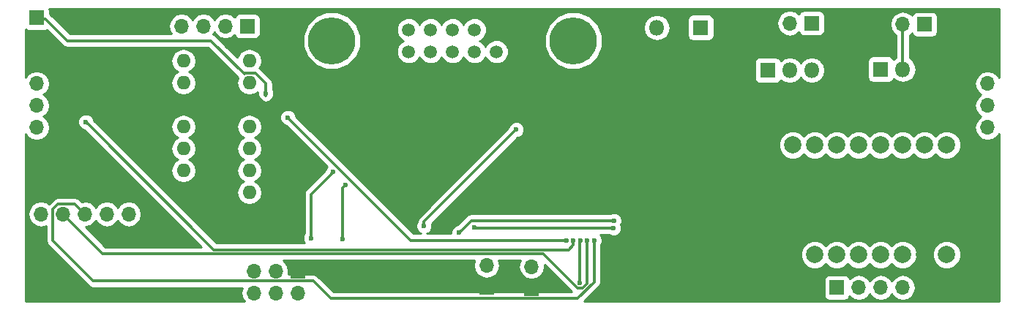
<source format=gbl>
G04 #@! TF.FileFunction,Copper,L2,Bot,Signal*
%FSLAX46Y46*%
G04 Gerber Fmt 4.6, Leading zero omitted, Abs format (unit mm)*
G04 Created by KiCad (PCBNEW 4.0.6) date 07/11/17 19:08:17*
%MOMM*%
%LPD*%
G01*
G04 APERTURE LIST*
%ADD10C,0.100000*%
%ADD11R,1.700000X1.700000*%
%ADD12O,1.700000X1.700000*%
%ADD13C,5.460000*%
%ADD14R,1.520000X1.520000*%
%ADD15C,1.520000*%
%ADD16R,1.600000X1.600000*%
%ADD17O,1.600000X1.600000*%
%ADD18C,2.000000*%
%ADD19R,1.800000X1.800000*%
%ADD20O,1.800000X1.800000*%
%ADD21C,0.600000*%
%ADD22C,0.300000*%
%ADD23C,0.254000*%
G04 APERTURE END LIST*
D10*
D11*
X204724000Y-78740000D03*
D12*
X202184000Y-78740000D03*
D13*
X164084000Y-80645000D03*
X136144000Y-80645000D03*
D14*
X155194000Y-79375000D03*
D15*
X155194000Y-81915000D03*
X152654000Y-79375000D03*
X152654000Y-81915000D03*
X150114000Y-79375000D03*
X150114000Y-81915000D03*
X147574000Y-79375000D03*
X147574000Y-81915000D03*
X145034000Y-79375000D03*
X145034000Y-81915000D03*
D16*
X118972340Y-98214246D03*
D17*
X126592340Y-82974246D03*
X118972340Y-95674246D03*
X126592340Y-85514246D03*
X118972340Y-93134246D03*
X126592340Y-88054246D03*
X118972340Y-90594246D03*
X126592340Y-90594246D03*
X118972340Y-88054246D03*
X126592340Y-93134246D03*
X118972340Y-85514246D03*
X126592340Y-95674246D03*
X118972340Y-82974246D03*
X126592340Y-98214246D03*
D18*
X199644000Y-105410000D03*
X202184000Y-105410000D03*
X204724000Y-105410000D03*
X207264000Y-105410000D03*
X197104000Y-105410000D03*
X194564000Y-105410000D03*
X192024000Y-105410000D03*
X189484000Y-105410000D03*
X192024000Y-92710000D03*
X199644000Y-92710000D03*
X189484000Y-92710000D03*
X204724000Y-92710000D03*
X207264000Y-92710000D03*
X197104000Y-92710000D03*
X194564000Y-92710000D03*
X202184000Y-92710000D03*
D11*
X194556478Y-109224382D03*
D12*
X197096478Y-109224382D03*
X199636478Y-109224382D03*
X202176478Y-109224382D03*
D11*
X159258000Y-109347000D03*
D12*
X159258000Y-106807000D03*
D11*
X126372437Y-78942429D03*
D12*
X123832437Y-78942429D03*
X121292437Y-78942429D03*
X118752437Y-78942429D03*
D11*
X154051000Y-109220000D03*
D12*
X154051000Y-106680000D03*
D19*
X199644000Y-83947000D03*
D20*
X202184000Y-83947000D03*
X204724000Y-83947000D03*
D11*
X191643000Y-78613000D03*
D12*
X189103000Y-78613000D03*
D19*
X186563000Y-84074000D03*
D20*
X189103000Y-84074000D03*
X191643000Y-84074000D03*
D19*
X178816000Y-79121000D03*
D20*
X176276000Y-79121000D03*
X173736000Y-79121000D03*
D11*
X102000000Y-78000000D03*
D12*
X102000000Y-80540000D03*
X102000000Y-83080000D03*
X102000000Y-85620000D03*
X102000000Y-88160000D03*
X102000000Y-90700000D03*
D11*
X212000000Y-78000000D03*
D12*
X212000000Y-80540000D03*
X212000000Y-83080000D03*
X212000000Y-85620000D03*
X212000000Y-88160000D03*
X212000000Y-90700000D03*
D11*
X115189000Y-100711000D03*
D12*
X112649000Y-100711000D03*
X110109000Y-100711000D03*
X107569000Y-100711000D03*
X105029000Y-100711000D03*
X102489000Y-100711000D03*
D11*
X132207000Y-107315000D03*
D12*
X132207000Y-109855000D03*
X129667000Y-107315000D03*
X129667000Y-109855000D03*
X127127000Y-107315000D03*
X127127000Y-109855000D03*
D21*
X168783000Y-108966000D03*
X170053000Y-85217000D03*
X181737000Y-85185000D03*
X170307000Y-100711000D03*
X160242664Y-99911208D03*
X155661664Y-97701208D03*
X172425664Y-95853208D03*
X173409664Y-99098208D03*
X168742664Y-99111208D03*
X150876000Y-102870000D03*
X168783000Y-101472994D03*
X137751728Y-97325272D03*
X137414000Y-103632000D03*
X152654000Y-102235000D03*
X168741338Y-102335050D03*
X136291228Y-95864772D03*
X133731000Y-103505000D03*
X157480000Y-90927000D03*
X146812000Y-102108000D03*
X128524000Y-86741000D03*
X131064000Y-89535000D03*
X163292664Y-103761208D03*
X107696000Y-90043000D03*
X164092664Y-103761208D03*
X164892664Y-103761208D03*
X164846000Y-108712000D03*
X166492664Y-103761208D03*
X165692664Y-103761208D03*
D22*
X151175999Y-102570001D02*
X150876000Y-102870000D01*
X152273006Y-101472994D02*
X151175999Y-102570001D01*
X168783000Y-101472994D02*
X152273006Y-101472994D01*
X137451729Y-97625271D02*
X137751728Y-97325272D01*
X137414000Y-97663000D02*
X137451729Y-97625271D01*
X137414000Y-103632000D02*
X137414000Y-97663000D01*
X152754050Y-102335050D02*
X152654000Y-102235000D01*
X168741338Y-102335050D02*
X152754050Y-102335050D01*
X202184000Y-78740000D02*
X202184000Y-79942081D01*
X202184000Y-79942081D02*
X202184000Y-83947000D01*
X135991229Y-96164771D02*
X136291228Y-95864772D01*
X133731000Y-98425000D02*
X135991229Y-96164771D01*
X133731000Y-103505000D02*
X133731000Y-98425000D01*
X146812000Y-102108000D02*
X146812000Y-101595000D01*
X146812000Y-101595000D02*
X157480000Y-90927000D01*
X128524000Y-86995000D02*
X128524000Y-86741000D01*
X128524000Y-86741000D02*
X128524000Y-85598000D01*
X145290208Y-103761208D02*
X131064000Y-89535000D01*
X163292664Y-103761208D02*
X145290208Y-103761208D01*
X128524000Y-85598000D02*
X127340245Y-84414245D01*
X127340245Y-84414245D02*
X126064339Y-84414245D01*
X126064339Y-84414245D02*
X126003792Y-84474792D01*
X126003792Y-84474792D02*
X122174000Y-80645000D01*
X122174000Y-80645000D02*
X105544000Y-80645000D01*
X105544000Y-80645000D02*
X103004000Y-78105000D01*
X103004000Y-78105000D02*
X101854000Y-78105000D01*
X107995999Y-90342999D02*
X107696000Y-90043000D01*
X164092664Y-104286208D02*
X163517664Y-104861208D01*
X164092664Y-103761208D02*
X164092664Y-104286208D01*
X122514208Y-104861208D02*
X107995999Y-90342999D01*
X163517664Y-104861208D02*
X122514208Y-104861208D01*
X164846000Y-108712000D02*
X164846000Y-103807872D01*
X164846000Y-103807872D02*
X164892664Y-103761208D01*
X166492664Y-103761208D02*
X166492664Y-108589748D01*
X166492664Y-108589748D02*
X164585411Y-110497001D01*
X164585411Y-110497001D02*
X136024001Y-110497001D01*
X136024001Y-110497001D02*
X133992001Y-108465001D01*
X133992001Y-108465001D02*
X108540999Y-108465001D01*
X108540999Y-108465001D02*
X103878999Y-103803001D01*
X103878999Y-103803001D02*
X103878999Y-100158999D01*
X103878999Y-100158999D02*
X104476999Y-99560999D01*
X104476999Y-99560999D02*
X106418999Y-99560999D01*
X106418999Y-99560999D02*
X106719001Y-99861001D01*
X106719001Y-99861001D02*
X107569000Y-100711000D01*
X105029000Y-100711000D02*
X109629217Y-105311217D01*
X109629217Y-105311217D02*
X160557215Y-105311217D01*
X160557215Y-105311217D02*
X164557999Y-109312001D01*
X164557999Y-109312001D02*
X165134001Y-109312001D01*
X165134001Y-109312001D02*
X165692664Y-108753338D01*
X165692664Y-108753338D02*
X165692664Y-103761208D01*
D23*
G36*
X213290000Y-84885511D02*
X213079147Y-84569946D01*
X212597378Y-84248039D01*
X212029093Y-84135000D01*
X211970907Y-84135000D01*
X211402622Y-84248039D01*
X210920853Y-84569946D01*
X210598946Y-85051715D01*
X210485907Y-85620000D01*
X210598946Y-86188285D01*
X210920853Y-86670054D01*
X211250026Y-86890000D01*
X210920853Y-87109946D01*
X210598946Y-87591715D01*
X210485907Y-88160000D01*
X210598946Y-88728285D01*
X210920853Y-89210054D01*
X211250026Y-89430000D01*
X210920853Y-89649946D01*
X210598946Y-90131715D01*
X210485907Y-90700000D01*
X210598946Y-91268285D01*
X210920853Y-91750054D01*
X211402622Y-92071961D01*
X211970907Y-92185000D01*
X212029093Y-92185000D01*
X212597378Y-92071961D01*
X213079147Y-91750054D01*
X213290000Y-91434489D01*
X213290000Y-110845000D01*
X165347570Y-110845000D01*
X167047743Y-109144827D01*
X167217909Y-108890155D01*
X167277664Y-108589748D01*
X167277664Y-108374382D01*
X193059038Y-108374382D01*
X193059038Y-110074382D01*
X193103316Y-110309699D01*
X193242388Y-110525823D01*
X193454588Y-110670813D01*
X193706478Y-110721822D01*
X195406478Y-110721822D01*
X195641795Y-110677544D01*
X195857919Y-110538472D01*
X196002909Y-110326272D01*
X196016564Y-110258841D01*
X196046424Y-110303529D01*
X196528193Y-110625436D01*
X197096478Y-110738475D01*
X197664763Y-110625436D01*
X198146532Y-110303529D01*
X198366478Y-109974356D01*
X198586424Y-110303529D01*
X199068193Y-110625436D01*
X199636478Y-110738475D01*
X200204763Y-110625436D01*
X200686532Y-110303529D01*
X200906478Y-109974356D01*
X201126424Y-110303529D01*
X201608193Y-110625436D01*
X202176478Y-110738475D01*
X202744763Y-110625436D01*
X203226532Y-110303529D01*
X203548439Y-109821760D01*
X203661478Y-109253475D01*
X203661478Y-109195289D01*
X203548439Y-108627004D01*
X203226532Y-108145235D01*
X202744763Y-107823328D01*
X202176478Y-107710289D01*
X201608193Y-107823328D01*
X201126424Y-108145235D01*
X200906478Y-108474408D01*
X200686532Y-108145235D01*
X200204763Y-107823328D01*
X199636478Y-107710289D01*
X199068193Y-107823328D01*
X198586424Y-108145235D01*
X198366478Y-108474408D01*
X198146532Y-108145235D01*
X197664763Y-107823328D01*
X197096478Y-107710289D01*
X196528193Y-107823328D01*
X196046424Y-108145235D01*
X196018628Y-108186834D01*
X196009640Y-108139065D01*
X195870568Y-107922941D01*
X195658368Y-107777951D01*
X195406478Y-107726942D01*
X193706478Y-107726942D01*
X193471161Y-107771220D01*
X193255037Y-107910292D01*
X193110047Y-108122492D01*
X193059038Y-108374382D01*
X167277664Y-108374382D01*
X167277664Y-105733795D01*
X190388716Y-105733795D01*
X190637106Y-106334943D01*
X191096637Y-106795278D01*
X191697352Y-107044716D01*
X192347795Y-107045284D01*
X192948943Y-106796894D01*
X193294199Y-106452241D01*
X193636637Y-106795278D01*
X194237352Y-107044716D01*
X194887795Y-107045284D01*
X195488943Y-106796894D01*
X195834199Y-106452241D01*
X196176637Y-106795278D01*
X196777352Y-107044716D01*
X197427795Y-107045284D01*
X198028943Y-106796894D01*
X198374199Y-106452241D01*
X198716637Y-106795278D01*
X199317352Y-107044716D01*
X199967795Y-107045284D01*
X200568943Y-106796894D01*
X200914199Y-106452241D01*
X201256637Y-106795278D01*
X201857352Y-107044716D01*
X202507795Y-107045284D01*
X203108943Y-106796894D01*
X203569278Y-106337363D01*
X203818716Y-105736648D01*
X203818718Y-105733795D01*
X205628716Y-105733795D01*
X205877106Y-106334943D01*
X206336637Y-106795278D01*
X206937352Y-107044716D01*
X207587795Y-107045284D01*
X208188943Y-106796894D01*
X208649278Y-106337363D01*
X208898716Y-105736648D01*
X208899284Y-105086205D01*
X208650894Y-104485057D01*
X208191363Y-104024722D01*
X207590648Y-103775284D01*
X206940205Y-103774716D01*
X206339057Y-104023106D01*
X205878722Y-104482637D01*
X205629284Y-105083352D01*
X205628716Y-105733795D01*
X203818718Y-105733795D01*
X203819284Y-105086205D01*
X203570894Y-104485057D01*
X203111363Y-104024722D01*
X202510648Y-103775284D01*
X201860205Y-103774716D01*
X201259057Y-104023106D01*
X200913801Y-104367759D01*
X200571363Y-104024722D01*
X199970648Y-103775284D01*
X199320205Y-103774716D01*
X198719057Y-104023106D01*
X198373801Y-104367759D01*
X198031363Y-104024722D01*
X197430648Y-103775284D01*
X196780205Y-103774716D01*
X196179057Y-104023106D01*
X195833801Y-104367759D01*
X195491363Y-104024722D01*
X194890648Y-103775284D01*
X194240205Y-103774716D01*
X193639057Y-104023106D01*
X193293801Y-104367759D01*
X192951363Y-104024722D01*
X192350648Y-103775284D01*
X191700205Y-103774716D01*
X191099057Y-104023106D01*
X190638722Y-104482637D01*
X190389284Y-105083352D01*
X190388716Y-105733795D01*
X167277664Y-105733795D01*
X167277664Y-104298714D01*
X167284856Y-104291535D01*
X167427502Y-103948007D01*
X167427826Y-103576041D01*
X167285781Y-103232265D01*
X167173762Y-103120050D01*
X168203832Y-103120050D01*
X168211011Y-103127242D01*
X168554539Y-103269888D01*
X168926505Y-103270212D01*
X169270281Y-103128167D01*
X169533530Y-102865377D01*
X169676176Y-102521849D01*
X169676500Y-102149883D01*
X169595617Y-101954132D01*
X169717838Y-101659793D01*
X169718162Y-101287827D01*
X169576117Y-100944051D01*
X169313327Y-100680802D01*
X168969799Y-100538156D01*
X168597833Y-100537832D01*
X168254057Y-100679877D01*
X168245926Y-100687994D01*
X152273006Y-100687994D01*
X151972599Y-100747749D01*
X151717927Y-100917915D01*
X150700995Y-101934847D01*
X150690833Y-101934838D01*
X150347057Y-102076883D01*
X150083808Y-102339673D01*
X149941162Y-102683201D01*
X149940907Y-102976208D01*
X147159208Y-102976208D01*
X147340943Y-102901117D01*
X147604192Y-102638327D01*
X147746838Y-102294799D01*
X147747162Y-101922833D01*
X147702475Y-101814683D01*
X156483363Y-93033795D01*
X187848716Y-93033795D01*
X188097106Y-93634943D01*
X188556637Y-94095278D01*
X189157352Y-94344716D01*
X189807795Y-94345284D01*
X190408943Y-94096894D01*
X190754199Y-93752241D01*
X191096637Y-94095278D01*
X191697352Y-94344716D01*
X192347795Y-94345284D01*
X192948943Y-94096894D01*
X193294199Y-93752241D01*
X193636637Y-94095278D01*
X194237352Y-94344716D01*
X194887795Y-94345284D01*
X195488943Y-94096894D01*
X195834199Y-93752241D01*
X196176637Y-94095278D01*
X196777352Y-94344716D01*
X197427795Y-94345284D01*
X198028943Y-94096894D01*
X198374199Y-93752241D01*
X198716637Y-94095278D01*
X199317352Y-94344716D01*
X199967795Y-94345284D01*
X200568943Y-94096894D01*
X200914199Y-93752241D01*
X201256637Y-94095278D01*
X201857352Y-94344716D01*
X202507795Y-94345284D01*
X203108943Y-94096894D01*
X203454199Y-93752241D01*
X203796637Y-94095278D01*
X204397352Y-94344716D01*
X205047795Y-94345284D01*
X205648943Y-94096894D01*
X205994199Y-93752241D01*
X206336637Y-94095278D01*
X206937352Y-94344716D01*
X207587795Y-94345284D01*
X208188943Y-94096894D01*
X208649278Y-93637363D01*
X208898716Y-93036648D01*
X208899284Y-92386205D01*
X208650894Y-91785057D01*
X208191363Y-91324722D01*
X207590648Y-91075284D01*
X206940205Y-91074716D01*
X206339057Y-91323106D01*
X205993801Y-91667759D01*
X205651363Y-91324722D01*
X205050648Y-91075284D01*
X204400205Y-91074716D01*
X203799057Y-91323106D01*
X203453801Y-91667759D01*
X203111363Y-91324722D01*
X202510648Y-91075284D01*
X201860205Y-91074716D01*
X201259057Y-91323106D01*
X200913801Y-91667759D01*
X200571363Y-91324722D01*
X199970648Y-91075284D01*
X199320205Y-91074716D01*
X198719057Y-91323106D01*
X198373801Y-91667759D01*
X198031363Y-91324722D01*
X197430648Y-91075284D01*
X196780205Y-91074716D01*
X196179057Y-91323106D01*
X195833801Y-91667759D01*
X195491363Y-91324722D01*
X194890648Y-91075284D01*
X194240205Y-91074716D01*
X193639057Y-91323106D01*
X193293801Y-91667759D01*
X192951363Y-91324722D01*
X192350648Y-91075284D01*
X191700205Y-91074716D01*
X191099057Y-91323106D01*
X190753801Y-91667759D01*
X190411363Y-91324722D01*
X189810648Y-91075284D01*
X189160205Y-91074716D01*
X188559057Y-91323106D01*
X188098722Y-91782637D01*
X187849284Y-92383352D01*
X187848716Y-93033795D01*
X156483363Y-93033795D01*
X157655005Y-91862153D01*
X157665167Y-91862162D01*
X158008943Y-91720117D01*
X158272192Y-91457327D01*
X158414838Y-91113799D01*
X158415162Y-90741833D01*
X158273117Y-90398057D01*
X158010327Y-90134808D01*
X157666799Y-89992162D01*
X157294833Y-89991838D01*
X156951057Y-90133883D01*
X156687808Y-90396673D01*
X156545162Y-90740201D01*
X156545152Y-90751690D01*
X146256921Y-101039921D01*
X146086755Y-101294593D01*
X146051269Y-101472994D01*
X146033082Y-101564422D01*
X146019808Y-101577673D01*
X145877162Y-101921201D01*
X145876838Y-102293167D01*
X146018883Y-102636943D01*
X146281673Y-102900192D01*
X146464739Y-102976208D01*
X145615366Y-102976208D01*
X131999153Y-89359995D01*
X131999162Y-89349833D01*
X131857117Y-89006057D01*
X131594327Y-88742808D01*
X131250799Y-88600162D01*
X130878833Y-88599838D01*
X130535057Y-88741883D01*
X130271808Y-89004673D01*
X130129162Y-89348201D01*
X130128838Y-89720167D01*
X130270883Y-90063943D01*
X130533673Y-90327192D01*
X130877201Y-90469838D01*
X130888690Y-90469848D01*
X135626272Y-95207430D01*
X135499036Y-95334445D01*
X135356390Y-95677973D01*
X135356380Y-95689463D01*
X133175921Y-97869921D01*
X133005755Y-98124593D01*
X132960816Y-98350516D01*
X132946000Y-98425000D01*
X132946000Y-102967494D01*
X132938808Y-102974673D01*
X132796162Y-103318201D01*
X132795838Y-103690167D01*
X132937883Y-104033943D01*
X132980074Y-104076208D01*
X122839366Y-104076208D01*
X109357404Y-90594246D01*
X117509227Y-90594246D01*
X117618460Y-91143397D01*
X117929529Y-91608944D01*
X118311615Y-91864246D01*
X117929529Y-92119548D01*
X117618460Y-92585095D01*
X117509227Y-93134246D01*
X117618460Y-93683397D01*
X117929529Y-94148944D01*
X118311615Y-94404246D01*
X117929529Y-94659548D01*
X117618460Y-95125095D01*
X117509227Y-95674246D01*
X117618460Y-96223397D01*
X117929529Y-96688944D01*
X118395076Y-97000013D01*
X118944227Y-97109246D01*
X119000453Y-97109246D01*
X119549604Y-97000013D01*
X120015151Y-96688944D01*
X120326220Y-96223397D01*
X120435453Y-95674246D01*
X120326220Y-95125095D01*
X120015151Y-94659548D01*
X119633065Y-94404246D01*
X120015151Y-94148944D01*
X120326220Y-93683397D01*
X120435453Y-93134246D01*
X120326220Y-92585095D01*
X120015151Y-92119548D01*
X119633065Y-91864246D01*
X120015151Y-91608944D01*
X120326220Y-91143397D01*
X120435453Y-90594246D01*
X125129227Y-90594246D01*
X125238460Y-91143397D01*
X125549529Y-91608944D01*
X125931615Y-91864246D01*
X125549529Y-92119548D01*
X125238460Y-92585095D01*
X125129227Y-93134246D01*
X125238460Y-93683397D01*
X125549529Y-94148944D01*
X125931615Y-94404246D01*
X125549529Y-94659548D01*
X125238460Y-95125095D01*
X125129227Y-95674246D01*
X125238460Y-96223397D01*
X125549529Y-96688944D01*
X125931615Y-96944246D01*
X125549529Y-97199548D01*
X125238460Y-97665095D01*
X125129227Y-98214246D01*
X125238460Y-98763397D01*
X125549529Y-99228944D01*
X126015076Y-99540013D01*
X126564227Y-99649246D01*
X126620453Y-99649246D01*
X127169604Y-99540013D01*
X127635151Y-99228944D01*
X127946220Y-98763397D01*
X128055453Y-98214246D01*
X127946220Y-97665095D01*
X127635151Y-97199548D01*
X127253065Y-96944246D01*
X127635151Y-96688944D01*
X127946220Y-96223397D01*
X128055453Y-95674246D01*
X127946220Y-95125095D01*
X127635151Y-94659548D01*
X127253065Y-94404246D01*
X127635151Y-94148944D01*
X127946220Y-93683397D01*
X128055453Y-93134246D01*
X127946220Y-92585095D01*
X127635151Y-92119548D01*
X127253065Y-91864246D01*
X127635151Y-91608944D01*
X127946220Y-91143397D01*
X128055453Y-90594246D01*
X127946220Y-90045095D01*
X127635151Y-89579548D01*
X127169604Y-89268479D01*
X126620453Y-89159246D01*
X126564227Y-89159246D01*
X126015076Y-89268479D01*
X125549529Y-89579548D01*
X125238460Y-90045095D01*
X125129227Y-90594246D01*
X120435453Y-90594246D01*
X120326220Y-90045095D01*
X120015151Y-89579548D01*
X119549604Y-89268479D01*
X119000453Y-89159246D01*
X118944227Y-89159246D01*
X118395076Y-89268479D01*
X117929529Y-89579548D01*
X117618460Y-90045095D01*
X117509227Y-90594246D01*
X109357404Y-90594246D01*
X108631153Y-89867995D01*
X108631162Y-89857833D01*
X108489117Y-89514057D01*
X108226327Y-89250808D01*
X107882799Y-89108162D01*
X107510833Y-89107838D01*
X107167057Y-89249883D01*
X106903808Y-89512673D01*
X106761162Y-89856201D01*
X106760838Y-90228167D01*
X106902883Y-90571943D01*
X107165673Y-90835192D01*
X107509201Y-90977838D01*
X107520690Y-90977848D01*
X121069059Y-104526217D01*
X109954375Y-104526217D01*
X107639273Y-102211115D01*
X108137285Y-102112054D01*
X108619054Y-101790147D01*
X108839000Y-101460974D01*
X109058946Y-101790147D01*
X109540715Y-102112054D01*
X110109000Y-102225093D01*
X110677285Y-102112054D01*
X111159054Y-101790147D01*
X111379000Y-101460974D01*
X111598946Y-101790147D01*
X112080715Y-102112054D01*
X112649000Y-102225093D01*
X113217285Y-102112054D01*
X113699054Y-101790147D01*
X114020961Y-101308378D01*
X114134000Y-100740093D01*
X114134000Y-100681907D01*
X114020961Y-100113622D01*
X113699054Y-99631853D01*
X113217285Y-99309946D01*
X112649000Y-99196907D01*
X112080715Y-99309946D01*
X111598946Y-99631853D01*
X111379000Y-99961026D01*
X111159054Y-99631853D01*
X110677285Y-99309946D01*
X110109000Y-99196907D01*
X109540715Y-99309946D01*
X109058946Y-99631853D01*
X108839000Y-99961026D01*
X108619054Y-99631853D01*
X108137285Y-99309946D01*
X107569000Y-99196907D01*
X107232082Y-99263924D01*
X106974078Y-99005920D01*
X106719406Y-98835754D01*
X106418999Y-98775999D01*
X104476999Y-98775999D01*
X104176593Y-98835754D01*
X103921920Y-99005920D01*
X103393346Y-99534494D01*
X103057285Y-99309946D01*
X102489000Y-99196907D01*
X101920715Y-99309946D01*
X101438946Y-99631853D01*
X101117039Y-100113622D01*
X101004000Y-100681907D01*
X101004000Y-100740093D01*
X101117039Y-101308378D01*
X101438946Y-101790147D01*
X101920715Y-102112054D01*
X102489000Y-102225093D01*
X103057285Y-102112054D01*
X103093999Y-102087523D01*
X103093999Y-103803001D01*
X103153754Y-104103408D01*
X103323920Y-104358080D01*
X107985920Y-109020080D01*
X108240593Y-109190246D01*
X108540999Y-109250002D01*
X108541004Y-109250001D01*
X125760131Y-109250001D01*
X125755039Y-109257622D01*
X125642000Y-109825907D01*
X125642000Y-109884093D01*
X125755039Y-110452378D01*
X126017380Y-110845000D01*
X100710000Y-110845000D01*
X100710000Y-91434489D01*
X100920853Y-91750054D01*
X101402622Y-92071961D01*
X101970907Y-92185000D01*
X102029093Y-92185000D01*
X102597378Y-92071961D01*
X103079147Y-91750054D01*
X103401054Y-91268285D01*
X103514093Y-90700000D01*
X103401054Y-90131715D01*
X103079147Y-89649946D01*
X102749974Y-89430000D01*
X103079147Y-89210054D01*
X103401054Y-88728285D01*
X103514093Y-88160000D01*
X103401054Y-87591715D01*
X103079147Y-87109946D01*
X102749974Y-86890000D01*
X103079147Y-86670054D01*
X103401054Y-86188285D01*
X103514093Y-85620000D01*
X103401054Y-85051715D01*
X103079147Y-84569946D01*
X102597378Y-84248039D01*
X102029093Y-84135000D01*
X101970907Y-84135000D01*
X101402622Y-84248039D01*
X100920853Y-84569946D01*
X100710000Y-84885511D01*
X100710000Y-82974246D01*
X117509227Y-82974246D01*
X117618460Y-83523397D01*
X117929529Y-83988944D01*
X118311615Y-84244246D01*
X117929529Y-84499548D01*
X117618460Y-84965095D01*
X117509227Y-85514246D01*
X117618460Y-86063397D01*
X117929529Y-86528944D01*
X118395076Y-86840013D01*
X118944227Y-86949246D01*
X119000453Y-86949246D01*
X119549604Y-86840013D01*
X120015151Y-86528944D01*
X120326220Y-86063397D01*
X120435453Y-85514246D01*
X120326220Y-84965095D01*
X120015151Y-84499548D01*
X119633065Y-84244246D01*
X120015151Y-83988944D01*
X120326220Y-83523397D01*
X120435453Y-82974246D01*
X120326220Y-82425095D01*
X120015151Y-81959548D01*
X119549604Y-81648479D01*
X119000453Y-81539246D01*
X118944227Y-81539246D01*
X118395076Y-81648479D01*
X117929529Y-81959548D01*
X117618460Y-82425095D01*
X117509227Y-82974246D01*
X100710000Y-82974246D01*
X100710000Y-79317901D01*
X100898110Y-79446431D01*
X101150000Y-79497440D01*
X102850000Y-79497440D01*
X103085317Y-79453162D01*
X103180655Y-79391813D01*
X104988921Y-81200079D01*
X105243594Y-81370245D01*
X105544000Y-81430000D01*
X121848842Y-81430000D01*
X125296730Y-84877888D01*
X125238460Y-84965095D01*
X125129227Y-85514246D01*
X125238460Y-86063397D01*
X125549529Y-86528944D01*
X126015076Y-86840013D01*
X126564227Y-86949246D01*
X126620453Y-86949246D01*
X127169604Y-86840013D01*
X127589157Y-86559676D01*
X127588838Y-86926167D01*
X127730883Y-87269943D01*
X127884692Y-87424021D01*
X127968921Y-87550079D01*
X128223594Y-87720245D01*
X128524000Y-87780000D01*
X128824406Y-87720245D01*
X129079079Y-87550079D01*
X129163461Y-87423792D01*
X129316192Y-87271327D01*
X129458838Y-86927799D01*
X129459162Y-86555833D01*
X129317117Y-86212057D01*
X129309000Y-86203926D01*
X129309000Y-85598000D01*
X129292340Y-85514246D01*
X129249245Y-85297593D01*
X129079079Y-85042921D01*
X127895324Y-83859166D01*
X127775405Y-83779039D01*
X127946220Y-83523397D01*
X128055453Y-82974246D01*
X127946220Y-82425095D01*
X127635151Y-81959548D01*
X127169604Y-81648479D01*
X126620453Y-81539246D01*
X126564227Y-81539246D01*
X126015076Y-81648479D01*
X125549529Y-81959548D01*
X125238460Y-82425095D01*
X125209557Y-82570399D01*
X123950561Y-81311403D01*
X132778417Y-81311403D01*
X133289629Y-82548629D01*
X134235392Y-83496045D01*
X135471724Y-84009414D01*
X136810403Y-84010583D01*
X138047629Y-83499371D01*
X138995045Y-82553608D01*
X139508414Y-81317276D01*
X139509583Y-79978597D01*
X139374333Y-79651265D01*
X143638758Y-79651265D01*
X143850687Y-80164172D01*
X144242764Y-80556934D01*
X144454738Y-80644954D01*
X144244828Y-80731687D01*
X143852066Y-81123764D01*
X143639242Y-81636300D01*
X143638758Y-82191265D01*
X143850687Y-82704172D01*
X144242764Y-83096934D01*
X144755300Y-83309758D01*
X145310265Y-83310242D01*
X145823172Y-83098313D01*
X146215934Y-82706236D01*
X146303954Y-82494262D01*
X146390687Y-82704172D01*
X146782764Y-83096934D01*
X147295300Y-83309758D01*
X147850265Y-83310242D01*
X148363172Y-83098313D01*
X148755934Y-82706236D01*
X148843954Y-82494262D01*
X148930687Y-82704172D01*
X149322764Y-83096934D01*
X149835300Y-83309758D01*
X150390265Y-83310242D01*
X150903172Y-83098313D01*
X151295934Y-82706236D01*
X151383954Y-82494262D01*
X151470687Y-82704172D01*
X151862764Y-83096934D01*
X152375300Y-83309758D01*
X152930265Y-83310242D01*
X153443172Y-83098313D01*
X153835934Y-82706236D01*
X153923954Y-82494262D01*
X154010687Y-82704172D01*
X154402764Y-83096934D01*
X154915300Y-83309758D01*
X155470265Y-83310242D01*
X155983172Y-83098313D01*
X156375934Y-82706236D01*
X156588758Y-82193700D01*
X156589242Y-81638735D01*
X156453992Y-81311403D01*
X160718417Y-81311403D01*
X161229629Y-82548629D01*
X162175392Y-83496045D01*
X163411724Y-84009414D01*
X164750403Y-84010583D01*
X165987629Y-83499371D01*
X166313568Y-83174000D01*
X185015560Y-83174000D01*
X185015560Y-84974000D01*
X185059838Y-85209317D01*
X185198910Y-85425441D01*
X185411110Y-85570431D01*
X185663000Y-85621440D01*
X187463000Y-85621440D01*
X187698317Y-85577162D01*
X187914441Y-85438090D01*
X188059431Y-85225890D01*
X188062719Y-85209656D01*
X188485509Y-85492155D01*
X189072928Y-85609000D01*
X189133072Y-85609000D01*
X189720491Y-85492155D01*
X190218481Y-85159409D01*
X190373000Y-84928155D01*
X190527519Y-85159409D01*
X191025509Y-85492155D01*
X191612928Y-85609000D01*
X191673072Y-85609000D01*
X192260491Y-85492155D01*
X192758481Y-85159409D01*
X193091227Y-84661419D01*
X193208072Y-84074000D01*
X193091227Y-83486581D01*
X192797509Y-83047000D01*
X198096560Y-83047000D01*
X198096560Y-84847000D01*
X198140838Y-85082317D01*
X198279910Y-85298441D01*
X198492110Y-85443431D01*
X198744000Y-85494440D01*
X200544000Y-85494440D01*
X200779317Y-85450162D01*
X200995441Y-85311090D01*
X201140431Y-85098890D01*
X201143719Y-85082656D01*
X201566509Y-85365155D01*
X202153928Y-85482000D01*
X202214072Y-85482000D01*
X202801491Y-85365155D01*
X203299481Y-85032409D01*
X203632227Y-84534419D01*
X203749072Y-83947000D01*
X203632227Y-83359581D01*
X203299481Y-82861591D01*
X202969000Y-82640771D01*
X202969000Y-79996250D01*
X203234054Y-79819147D01*
X203261850Y-79777548D01*
X203270838Y-79825317D01*
X203409910Y-80041441D01*
X203622110Y-80186431D01*
X203874000Y-80237440D01*
X205574000Y-80237440D01*
X205809317Y-80193162D01*
X206025441Y-80054090D01*
X206170431Y-79841890D01*
X206221440Y-79590000D01*
X206221440Y-77890000D01*
X206177162Y-77654683D01*
X206038090Y-77438559D01*
X205825890Y-77293569D01*
X205574000Y-77242560D01*
X203874000Y-77242560D01*
X203638683Y-77286838D01*
X203422559Y-77425910D01*
X203277569Y-77638110D01*
X203263914Y-77705541D01*
X203234054Y-77660853D01*
X202752285Y-77338946D01*
X202184000Y-77225907D01*
X201615715Y-77338946D01*
X201133946Y-77660853D01*
X200812039Y-78142622D01*
X200699000Y-78710907D01*
X200699000Y-78769093D01*
X200812039Y-79337378D01*
X201133946Y-79819147D01*
X201399000Y-79996250D01*
X201399000Y-82640771D01*
X201145974Y-82809837D01*
X201008090Y-82595559D01*
X200795890Y-82450569D01*
X200544000Y-82399560D01*
X198744000Y-82399560D01*
X198508683Y-82443838D01*
X198292559Y-82582910D01*
X198147569Y-82795110D01*
X198096560Y-83047000D01*
X192797509Y-83047000D01*
X192758481Y-82988591D01*
X192260491Y-82655845D01*
X191673072Y-82539000D01*
X191612928Y-82539000D01*
X191025509Y-82655845D01*
X190527519Y-82988591D01*
X190373000Y-83219845D01*
X190218481Y-82988591D01*
X189720491Y-82655845D01*
X189133072Y-82539000D01*
X189072928Y-82539000D01*
X188485509Y-82655845D01*
X188064974Y-82936837D01*
X187927090Y-82722559D01*
X187714890Y-82577569D01*
X187463000Y-82526560D01*
X185663000Y-82526560D01*
X185427683Y-82570838D01*
X185211559Y-82709910D01*
X185066569Y-82922110D01*
X185015560Y-83174000D01*
X166313568Y-83174000D01*
X166935045Y-82553608D01*
X167448414Y-81317276D01*
X167449583Y-79978597D01*
X167095231Y-79121000D01*
X172170928Y-79121000D01*
X172287773Y-79708419D01*
X172620519Y-80206409D01*
X173118509Y-80539155D01*
X173705928Y-80656000D01*
X173766072Y-80656000D01*
X174353491Y-80539155D01*
X174851481Y-80206409D01*
X175184227Y-79708419D01*
X175301072Y-79121000D01*
X175184227Y-78533581D01*
X174975368Y-78221000D01*
X177268560Y-78221000D01*
X177268560Y-80021000D01*
X177312838Y-80256317D01*
X177451910Y-80472441D01*
X177664110Y-80617431D01*
X177916000Y-80668440D01*
X179716000Y-80668440D01*
X179951317Y-80624162D01*
X180167441Y-80485090D01*
X180312431Y-80272890D01*
X180363440Y-80021000D01*
X180363440Y-78583907D01*
X187618000Y-78583907D01*
X187618000Y-78642093D01*
X187731039Y-79210378D01*
X188052946Y-79692147D01*
X188534715Y-80014054D01*
X189103000Y-80127093D01*
X189671285Y-80014054D01*
X190153054Y-79692147D01*
X190180850Y-79650548D01*
X190189838Y-79698317D01*
X190328910Y-79914441D01*
X190541110Y-80059431D01*
X190793000Y-80110440D01*
X192493000Y-80110440D01*
X192728317Y-80066162D01*
X192944441Y-79927090D01*
X193089431Y-79714890D01*
X193140440Y-79463000D01*
X193140440Y-77763000D01*
X193096162Y-77527683D01*
X192957090Y-77311559D01*
X192744890Y-77166569D01*
X192493000Y-77115560D01*
X190793000Y-77115560D01*
X190557683Y-77159838D01*
X190341559Y-77298910D01*
X190196569Y-77511110D01*
X190182914Y-77578541D01*
X190153054Y-77533853D01*
X189671285Y-77211946D01*
X189103000Y-77098907D01*
X188534715Y-77211946D01*
X188052946Y-77533853D01*
X187731039Y-78015622D01*
X187618000Y-78583907D01*
X180363440Y-78583907D01*
X180363440Y-78221000D01*
X180319162Y-77985683D01*
X180180090Y-77769559D01*
X179967890Y-77624569D01*
X179716000Y-77573560D01*
X177916000Y-77573560D01*
X177680683Y-77617838D01*
X177464559Y-77756910D01*
X177319569Y-77969110D01*
X177268560Y-78221000D01*
X174975368Y-78221000D01*
X174851481Y-78035591D01*
X174353491Y-77702845D01*
X173766072Y-77586000D01*
X173705928Y-77586000D01*
X173118509Y-77702845D01*
X172620519Y-78035591D01*
X172287773Y-78533581D01*
X172170928Y-79121000D01*
X167095231Y-79121000D01*
X166938371Y-78741371D01*
X165992608Y-77793955D01*
X164756276Y-77280586D01*
X163417597Y-77279417D01*
X162180371Y-77790629D01*
X161232955Y-78736392D01*
X160719586Y-79972724D01*
X160718417Y-81311403D01*
X156453992Y-81311403D01*
X156377313Y-81125828D01*
X155985236Y-80733066D01*
X155472700Y-80520242D01*
X154917735Y-80519758D01*
X154404828Y-80731687D01*
X154012066Y-81123764D01*
X153924046Y-81335738D01*
X153837313Y-81125828D01*
X153445236Y-80733066D01*
X153233262Y-80645046D01*
X153443172Y-80558313D01*
X153835934Y-80166236D01*
X154048758Y-79653700D01*
X154049242Y-79098735D01*
X153837313Y-78585828D01*
X153445236Y-78193066D01*
X152932700Y-77980242D01*
X152377735Y-77979758D01*
X151864828Y-78191687D01*
X151472066Y-78583764D01*
X151384046Y-78795738D01*
X151297313Y-78585828D01*
X150905236Y-78193066D01*
X150392700Y-77980242D01*
X149837735Y-77979758D01*
X149324828Y-78191687D01*
X148932066Y-78583764D01*
X148844046Y-78795738D01*
X148757313Y-78585828D01*
X148365236Y-78193066D01*
X147852700Y-77980242D01*
X147297735Y-77979758D01*
X146784828Y-78191687D01*
X146392066Y-78583764D01*
X146304046Y-78795738D01*
X146217313Y-78585828D01*
X145825236Y-78193066D01*
X145312700Y-77980242D01*
X144757735Y-77979758D01*
X144244828Y-78191687D01*
X143852066Y-78583764D01*
X143639242Y-79096300D01*
X143638758Y-79651265D01*
X139374333Y-79651265D01*
X138998371Y-78741371D01*
X138052608Y-77793955D01*
X136816276Y-77280586D01*
X135477597Y-77279417D01*
X134240371Y-77790629D01*
X133292955Y-78736392D01*
X132779586Y-79972724D01*
X132778417Y-81311403D01*
X123950561Y-81311403D01*
X122729079Y-80089921D01*
X122474407Y-79919755D01*
X122418020Y-79908539D01*
X122562437Y-79692403D01*
X122782383Y-80021576D01*
X123264152Y-80343483D01*
X123832437Y-80456522D01*
X124400722Y-80343483D01*
X124882491Y-80021576D01*
X124910287Y-79979977D01*
X124919275Y-80027746D01*
X125058347Y-80243870D01*
X125270547Y-80388860D01*
X125522437Y-80439869D01*
X127222437Y-80439869D01*
X127457754Y-80395591D01*
X127673878Y-80256519D01*
X127818868Y-80044319D01*
X127869877Y-79792429D01*
X127869877Y-78092429D01*
X127825599Y-77857112D01*
X127686527Y-77640988D01*
X127474327Y-77495998D01*
X127222437Y-77444989D01*
X125522437Y-77444989D01*
X125287120Y-77489267D01*
X125070996Y-77628339D01*
X124926006Y-77840539D01*
X124912351Y-77907970D01*
X124882491Y-77863282D01*
X124400722Y-77541375D01*
X123832437Y-77428336D01*
X123264152Y-77541375D01*
X122782383Y-77863282D01*
X122562437Y-78192455D01*
X122342491Y-77863282D01*
X121860722Y-77541375D01*
X121292437Y-77428336D01*
X120724152Y-77541375D01*
X120242383Y-77863282D01*
X120022437Y-78192455D01*
X119802491Y-77863282D01*
X119320722Y-77541375D01*
X118752437Y-77428336D01*
X118184152Y-77541375D01*
X117702383Y-77863282D01*
X117380476Y-78345051D01*
X117267437Y-78913336D01*
X117267437Y-78971522D01*
X117380476Y-79539807D01*
X117594422Y-79860000D01*
X105869158Y-79860000D01*
X103559079Y-77549921D01*
X103497440Y-77508735D01*
X103497440Y-77150000D01*
X103453162Y-76914683D01*
X103450149Y-76910000D01*
X213290000Y-76910000D01*
X213290000Y-84885511D01*
X213290000Y-84885511D01*
G37*
X213290000Y-84885511D02*
X213079147Y-84569946D01*
X212597378Y-84248039D01*
X212029093Y-84135000D01*
X211970907Y-84135000D01*
X211402622Y-84248039D01*
X210920853Y-84569946D01*
X210598946Y-85051715D01*
X210485907Y-85620000D01*
X210598946Y-86188285D01*
X210920853Y-86670054D01*
X211250026Y-86890000D01*
X210920853Y-87109946D01*
X210598946Y-87591715D01*
X210485907Y-88160000D01*
X210598946Y-88728285D01*
X210920853Y-89210054D01*
X211250026Y-89430000D01*
X210920853Y-89649946D01*
X210598946Y-90131715D01*
X210485907Y-90700000D01*
X210598946Y-91268285D01*
X210920853Y-91750054D01*
X211402622Y-92071961D01*
X211970907Y-92185000D01*
X212029093Y-92185000D01*
X212597378Y-92071961D01*
X213079147Y-91750054D01*
X213290000Y-91434489D01*
X213290000Y-110845000D01*
X165347570Y-110845000D01*
X167047743Y-109144827D01*
X167217909Y-108890155D01*
X167277664Y-108589748D01*
X167277664Y-108374382D01*
X193059038Y-108374382D01*
X193059038Y-110074382D01*
X193103316Y-110309699D01*
X193242388Y-110525823D01*
X193454588Y-110670813D01*
X193706478Y-110721822D01*
X195406478Y-110721822D01*
X195641795Y-110677544D01*
X195857919Y-110538472D01*
X196002909Y-110326272D01*
X196016564Y-110258841D01*
X196046424Y-110303529D01*
X196528193Y-110625436D01*
X197096478Y-110738475D01*
X197664763Y-110625436D01*
X198146532Y-110303529D01*
X198366478Y-109974356D01*
X198586424Y-110303529D01*
X199068193Y-110625436D01*
X199636478Y-110738475D01*
X200204763Y-110625436D01*
X200686532Y-110303529D01*
X200906478Y-109974356D01*
X201126424Y-110303529D01*
X201608193Y-110625436D01*
X202176478Y-110738475D01*
X202744763Y-110625436D01*
X203226532Y-110303529D01*
X203548439Y-109821760D01*
X203661478Y-109253475D01*
X203661478Y-109195289D01*
X203548439Y-108627004D01*
X203226532Y-108145235D01*
X202744763Y-107823328D01*
X202176478Y-107710289D01*
X201608193Y-107823328D01*
X201126424Y-108145235D01*
X200906478Y-108474408D01*
X200686532Y-108145235D01*
X200204763Y-107823328D01*
X199636478Y-107710289D01*
X199068193Y-107823328D01*
X198586424Y-108145235D01*
X198366478Y-108474408D01*
X198146532Y-108145235D01*
X197664763Y-107823328D01*
X197096478Y-107710289D01*
X196528193Y-107823328D01*
X196046424Y-108145235D01*
X196018628Y-108186834D01*
X196009640Y-108139065D01*
X195870568Y-107922941D01*
X195658368Y-107777951D01*
X195406478Y-107726942D01*
X193706478Y-107726942D01*
X193471161Y-107771220D01*
X193255037Y-107910292D01*
X193110047Y-108122492D01*
X193059038Y-108374382D01*
X167277664Y-108374382D01*
X167277664Y-105733795D01*
X190388716Y-105733795D01*
X190637106Y-106334943D01*
X191096637Y-106795278D01*
X191697352Y-107044716D01*
X192347795Y-107045284D01*
X192948943Y-106796894D01*
X193294199Y-106452241D01*
X193636637Y-106795278D01*
X194237352Y-107044716D01*
X194887795Y-107045284D01*
X195488943Y-106796894D01*
X195834199Y-106452241D01*
X196176637Y-106795278D01*
X196777352Y-107044716D01*
X197427795Y-107045284D01*
X198028943Y-106796894D01*
X198374199Y-106452241D01*
X198716637Y-106795278D01*
X199317352Y-107044716D01*
X199967795Y-107045284D01*
X200568943Y-106796894D01*
X200914199Y-106452241D01*
X201256637Y-106795278D01*
X201857352Y-107044716D01*
X202507795Y-107045284D01*
X203108943Y-106796894D01*
X203569278Y-106337363D01*
X203818716Y-105736648D01*
X203818718Y-105733795D01*
X205628716Y-105733795D01*
X205877106Y-106334943D01*
X206336637Y-106795278D01*
X206937352Y-107044716D01*
X207587795Y-107045284D01*
X208188943Y-106796894D01*
X208649278Y-106337363D01*
X208898716Y-105736648D01*
X208899284Y-105086205D01*
X208650894Y-104485057D01*
X208191363Y-104024722D01*
X207590648Y-103775284D01*
X206940205Y-103774716D01*
X206339057Y-104023106D01*
X205878722Y-104482637D01*
X205629284Y-105083352D01*
X205628716Y-105733795D01*
X203818718Y-105733795D01*
X203819284Y-105086205D01*
X203570894Y-104485057D01*
X203111363Y-104024722D01*
X202510648Y-103775284D01*
X201860205Y-103774716D01*
X201259057Y-104023106D01*
X200913801Y-104367759D01*
X200571363Y-104024722D01*
X199970648Y-103775284D01*
X199320205Y-103774716D01*
X198719057Y-104023106D01*
X198373801Y-104367759D01*
X198031363Y-104024722D01*
X197430648Y-103775284D01*
X196780205Y-103774716D01*
X196179057Y-104023106D01*
X195833801Y-104367759D01*
X195491363Y-104024722D01*
X194890648Y-103775284D01*
X194240205Y-103774716D01*
X193639057Y-104023106D01*
X193293801Y-104367759D01*
X192951363Y-104024722D01*
X192350648Y-103775284D01*
X191700205Y-103774716D01*
X191099057Y-104023106D01*
X190638722Y-104482637D01*
X190389284Y-105083352D01*
X190388716Y-105733795D01*
X167277664Y-105733795D01*
X167277664Y-104298714D01*
X167284856Y-104291535D01*
X167427502Y-103948007D01*
X167427826Y-103576041D01*
X167285781Y-103232265D01*
X167173762Y-103120050D01*
X168203832Y-103120050D01*
X168211011Y-103127242D01*
X168554539Y-103269888D01*
X168926505Y-103270212D01*
X169270281Y-103128167D01*
X169533530Y-102865377D01*
X169676176Y-102521849D01*
X169676500Y-102149883D01*
X169595617Y-101954132D01*
X169717838Y-101659793D01*
X169718162Y-101287827D01*
X169576117Y-100944051D01*
X169313327Y-100680802D01*
X168969799Y-100538156D01*
X168597833Y-100537832D01*
X168254057Y-100679877D01*
X168245926Y-100687994D01*
X152273006Y-100687994D01*
X151972599Y-100747749D01*
X151717927Y-100917915D01*
X150700995Y-101934847D01*
X150690833Y-101934838D01*
X150347057Y-102076883D01*
X150083808Y-102339673D01*
X149941162Y-102683201D01*
X149940907Y-102976208D01*
X147159208Y-102976208D01*
X147340943Y-102901117D01*
X147604192Y-102638327D01*
X147746838Y-102294799D01*
X147747162Y-101922833D01*
X147702475Y-101814683D01*
X156483363Y-93033795D01*
X187848716Y-93033795D01*
X188097106Y-93634943D01*
X188556637Y-94095278D01*
X189157352Y-94344716D01*
X189807795Y-94345284D01*
X190408943Y-94096894D01*
X190754199Y-93752241D01*
X191096637Y-94095278D01*
X191697352Y-94344716D01*
X192347795Y-94345284D01*
X192948943Y-94096894D01*
X193294199Y-93752241D01*
X193636637Y-94095278D01*
X194237352Y-94344716D01*
X194887795Y-94345284D01*
X195488943Y-94096894D01*
X195834199Y-93752241D01*
X196176637Y-94095278D01*
X196777352Y-94344716D01*
X197427795Y-94345284D01*
X198028943Y-94096894D01*
X198374199Y-93752241D01*
X198716637Y-94095278D01*
X199317352Y-94344716D01*
X199967795Y-94345284D01*
X200568943Y-94096894D01*
X200914199Y-93752241D01*
X201256637Y-94095278D01*
X201857352Y-94344716D01*
X202507795Y-94345284D01*
X203108943Y-94096894D01*
X203454199Y-93752241D01*
X203796637Y-94095278D01*
X204397352Y-94344716D01*
X205047795Y-94345284D01*
X205648943Y-94096894D01*
X205994199Y-93752241D01*
X206336637Y-94095278D01*
X206937352Y-94344716D01*
X207587795Y-94345284D01*
X208188943Y-94096894D01*
X208649278Y-93637363D01*
X208898716Y-93036648D01*
X208899284Y-92386205D01*
X208650894Y-91785057D01*
X208191363Y-91324722D01*
X207590648Y-91075284D01*
X206940205Y-91074716D01*
X206339057Y-91323106D01*
X205993801Y-91667759D01*
X205651363Y-91324722D01*
X205050648Y-91075284D01*
X204400205Y-91074716D01*
X203799057Y-91323106D01*
X203453801Y-91667759D01*
X203111363Y-91324722D01*
X202510648Y-91075284D01*
X201860205Y-91074716D01*
X201259057Y-91323106D01*
X200913801Y-91667759D01*
X200571363Y-91324722D01*
X199970648Y-91075284D01*
X199320205Y-91074716D01*
X198719057Y-91323106D01*
X198373801Y-91667759D01*
X198031363Y-91324722D01*
X197430648Y-91075284D01*
X196780205Y-91074716D01*
X196179057Y-91323106D01*
X195833801Y-91667759D01*
X195491363Y-91324722D01*
X194890648Y-91075284D01*
X194240205Y-91074716D01*
X193639057Y-91323106D01*
X193293801Y-91667759D01*
X192951363Y-91324722D01*
X192350648Y-91075284D01*
X191700205Y-91074716D01*
X191099057Y-91323106D01*
X190753801Y-91667759D01*
X190411363Y-91324722D01*
X189810648Y-91075284D01*
X189160205Y-91074716D01*
X188559057Y-91323106D01*
X188098722Y-91782637D01*
X187849284Y-92383352D01*
X187848716Y-93033795D01*
X156483363Y-93033795D01*
X157655005Y-91862153D01*
X157665167Y-91862162D01*
X158008943Y-91720117D01*
X158272192Y-91457327D01*
X158414838Y-91113799D01*
X158415162Y-90741833D01*
X158273117Y-90398057D01*
X158010327Y-90134808D01*
X157666799Y-89992162D01*
X157294833Y-89991838D01*
X156951057Y-90133883D01*
X156687808Y-90396673D01*
X156545162Y-90740201D01*
X156545152Y-90751690D01*
X146256921Y-101039921D01*
X146086755Y-101294593D01*
X146051269Y-101472994D01*
X146033082Y-101564422D01*
X146019808Y-101577673D01*
X145877162Y-101921201D01*
X145876838Y-102293167D01*
X146018883Y-102636943D01*
X146281673Y-102900192D01*
X146464739Y-102976208D01*
X145615366Y-102976208D01*
X131999153Y-89359995D01*
X131999162Y-89349833D01*
X131857117Y-89006057D01*
X131594327Y-88742808D01*
X131250799Y-88600162D01*
X130878833Y-88599838D01*
X130535057Y-88741883D01*
X130271808Y-89004673D01*
X130129162Y-89348201D01*
X130128838Y-89720167D01*
X130270883Y-90063943D01*
X130533673Y-90327192D01*
X130877201Y-90469838D01*
X130888690Y-90469848D01*
X135626272Y-95207430D01*
X135499036Y-95334445D01*
X135356390Y-95677973D01*
X135356380Y-95689463D01*
X133175921Y-97869921D01*
X133005755Y-98124593D01*
X132960816Y-98350516D01*
X132946000Y-98425000D01*
X132946000Y-102967494D01*
X132938808Y-102974673D01*
X132796162Y-103318201D01*
X132795838Y-103690167D01*
X132937883Y-104033943D01*
X132980074Y-104076208D01*
X122839366Y-104076208D01*
X109357404Y-90594246D01*
X117509227Y-90594246D01*
X117618460Y-91143397D01*
X117929529Y-91608944D01*
X118311615Y-91864246D01*
X117929529Y-92119548D01*
X117618460Y-92585095D01*
X117509227Y-93134246D01*
X117618460Y-93683397D01*
X117929529Y-94148944D01*
X118311615Y-94404246D01*
X117929529Y-94659548D01*
X117618460Y-95125095D01*
X117509227Y-95674246D01*
X117618460Y-96223397D01*
X117929529Y-96688944D01*
X118395076Y-97000013D01*
X118944227Y-97109246D01*
X119000453Y-97109246D01*
X119549604Y-97000013D01*
X120015151Y-96688944D01*
X120326220Y-96223397D01*
X120435453Y-95674246D01*
X120326220Y-95125095D01*
X120015151Y-94659548D01*
X119633065Y-94404246D01*
X120015151Y-94148944D01*
X120326220Y-93683397D01*
X120435453Y-93134246D01*
X120326220Y-92585095D01*
X120015151Y-92119548D01*
X119633065Y-91864246D01*
X120015151Y-91608944D01*
X120326220Y-91143397D01*
X120435453Y-90594246D01*
X125129227Y-90594246D01*
X125238460Y-91143397D01*
X125549529Y-91608944D01*
X125931615Y-91864246D01*
X125549529Y-92119548D01*
X125238460Y-92585095D01*
X125129227Y-93134246D01*
X125238460Y-93683397D01*
X125549529Y-94148944D01*
X125931615Y-94404246D01*
X125549529Y-94659548D01*
X125238460Y-95125095D01*
X125129227Y-95674246D01*
X125238460Y-96223397D01*
X125549529Y-96688944D01*
X125931615Y-96944246D01*
X125549529Y-97199548D01*
X125238460Y-97665095D01*
X125129227Y-98214246D01*
X125238460Y-98763397D01*
X125549529Y-99228944D01*
X126015076Y-99540013D01*
X126564227Y-99649246D01*
X126620453Y-99649246D01*
X127169604Y-99540013D01*
X127635151Y-99228944D01*
X127946220Y-98763397D01*
X128055453Y-98214246D01*
X127946220Y-97665095D01*
X127635151Y-97199548D01*
X127253065Y-96944246D01*
X127635151Y-96688944D01*
X127946220Y-96223397D01*
X128055453Y-95674246D01*
X127946220Y-95125095D01*
X127635151Y-94659548D01*
X127253065Y-94404246D01*
X127635151Y-94148944D01*
X127946220Y-93683397D01*
X128055453Y-93134246D01*
X127946220Y-92585095D01*
X127635151Y-92119548D01*
X127253065Y-91864246D01*
X127635151Y-91608944D01*
X127946220Y-91143397D01*
X128055453Y-90594246D01*
X127946220Y-90045095D01*
X127635151Y-89579548D01*
X127169604Y-89268479D01*
X126620453Y-89159246D01*
X126564227Y-89159246D01*
X126015076Y-89268479D01*
X125549529Y-89579548D01*
X125238460Y-90045095D01*
X125129227Y-90594246D01*
X120435453Y-90594246D01*
X120326220Y-90045095D01*
X120015151Y-89579548D01*
X119549604Y-89268479D01*
X119000453Y-89159246D01*
X118944227Y-89159246D01*
X118395076Y-89268479D01*
X117929529Y-89579548D01*
X117618460Y-90045095D01*
X117509227Y-90594246D01*
X109357404Y-90594246D01*
X108631153Y-89867995D01*
X108631162Y-89857833D01*
X108489117Y-89514057D01*
X108226327Y-89250808D01*
X107882799Y-89108162D01*
X107510833Y-89107838D01*
X107167057Y-89249883D01*
X106903808Y-89512673D01*
X106761162Y-89856201D01*
X106760838Y-90228167D01*
X106902883Y-90571943D01*
X107165673Y-90835192D01*
X107509201Y-90977838D01*
X107520690Y-90977848D01*
X121069059Y-104526217D01*
X109954375Y-104526217D01*
X107639273Y-102211115D01*
X108137285Y-102112054D01*
X108619054Y-101790147D01*
X108839000Y-101460974D01*
X109058946Y-101790147D01*
X109540715Y-102112054D01*
X110109000Y-102225093D01*
X110677285Y-102112054D01*
X111159054Y-101790147D01*
X111379000Y-101460974D01*
X111598946Y-101790147D01*
X112080715Y-102112054D01*
X112649000Y-102225093D01*
X113217285Y-102112054D01*
X113699054Y-101790147D01*
X114020961Y-101308378D01*
X114134000Y-100740093D01*
X114134000Y-100681907D01*
X114020961Y-100113622D01*
X113699054Y-99631853D01*
X113217285Y-99309946D01*
X112649000Y-99196907D01*
X112080715Y-99309946D01*
X111598946Y-99631853D01*
X111379000Y-99961026D01*
X111159054Y-99631853D01*
X110677285Y-99309946D01*
X110109000Y-99196907D01*
X109540715Y-99309946D01*
X109058946Y-99631853D01*
X108839000Y-99961026D01*
X108619054Y-99631853D01*
X108137285Y-99309946D01*
X107569000Y-99196907D01*
X107232082Y-99263924D01*
X106974078Y-99005920D01*
X106719406Y-98835754D01*
X106418999Y-98775999D01*
X104476999Y-98775999D01*
X104176593Y-98835754D01*
X103921920Y-99005920D01*
X103393346Y-99534494D01*
X103057285Y-99309946D01*
X102489000Y-99196907D01*
X101920715Y-99309946D01*
X101438946Y-99631853D01*
X101117039Y-100113622D01*
X101004000Y-100681907D01*
X101004000Y-100740093D01*
X101117039Y-101308378D01*
X101438946Y-101790147D01*
X101920715Y-102112054D01*
X102489000Y-102225093D01*
X103057285Y-102112054D01*
X103093999Y-102087523D01*
X103093999Y-103803001D01*
X103153754Y-104103408D01*
X103323920Y-104358080D01*
X107985920Y-109020080D01*
X108240593Y-109190246D01*
X108540999Y-109250002D01*
X108541004Y-109250001D01*
X125760131Y-109250001D01*
X125755039Y-109257622D01*
X125642000Y-109825907D01*
X125642000Y-109884093D01*
X125755039Y-110452378D01*
X126017380Y-110845000D01*
X100710000Y-110845000D01*
X100710000Y-91434489D01*
X100920853Y-91750054D01*
X101402622Y-92071961D01*
X101970907Y-92185000D01*
X102029093Y-92185000D01*
X102597378Y-92071961D01*
X103079147Y-91750054D01*
X103401054Y-91268285D01*
X103514093Y-90700000D01*
X103401054Y-90131715D01*
X103079147Y-89649946D01*
X102749974Y-89430000D01*
X103079147Y-89210054D01*
X103401054Y-88728285D01*
X103514093Y-88160000D01*
X103401054Y-87591715D01*
X103079147Y-87109946D01*
X102749974Y-86890000D01*
X103079147Y-86670054D01*
X103401054Y-86188285D01*
X103514093Y-85620000D01*
X103401054Y-85051715D01*
X103079147Y-84569946D01*
X102597378Y-84248039D01*
X102029093Y-84135000D01*
X101970907Y-84135000D01*
X101402622Y-84248039D01*
X100920853Y-84569946D01*
X100710000Y-84885511D01*
X100710000Y-82974246D01*
X117509227Y-82974246D01*
X117618460Y-83523397D01*
X117929529Y-83988944D01*
X118311615Y-84244246D01*
X117929529Y-84499548D01*
X117618460Y-84965095D01*
X117509227Y-85514246D01*
X117618460Y-86063397D01*
X117929529Y-86528944D01*
X118395076Y-86840013D01*
X118944227Y-86949246D01*
X119000453Y-86949246D01*
X119549604Y-86840013D01*
X120015151Y-86528944D01*
X120326220Y-86063397D01*
X120435453Y-85514246D01*
X120326220Y-84965095D01*
X120015151Y-84499548D01*
X119633065Y-84244246D01*
X120015151Y-83988944D01*
X120326220Y-83523397D01*
X120435453Y-82974246D01*
X120326220Y-82425095D01*
X120015151Y-81959548D01*
X119549604Y-81648479D01*
X119000453Y-81539246D01*
X118944227Y-81539246D01*
X118395076Y-81648479D01*
X117929529Y-81959548D01*
X117618460Y-82425095D01*
X117509227Y-82974246D01*
X100710000Y-82974246D01*
X100710000Y-79317901D01*
X100898110Y-79446431D01*
X101150000Y-79497440D01*
X102850000Y-79497440D01*
X103085317Y-79453162D01*
X103180655Y-79391813D01*
X104988921Y-81200079D01*
X105243594Y-81370245D01*
X105544000Y-81430000D01*
X121848842Y-81430000D01*
X125296730Y-84877888D01*
X125238460Y-84965095D01*
X125129227Y-85514246D01*
X125238460Y-86063397D01*
X125549529Y-86528944D01*
X126015076Y-86840013D01*
X126564227Y-86949246D01*
X126620453Y-86949246D01*
X127169604Y-86840013D01*
X127589157Y-86559676D01*
X127588838Y-86926167D01*
X127730883Y-87269943D01*
X127884692Y-87424021D01*
X127968921Y-87550079D01*
X128223594Y-87720245D01*
X128524000Y-87780000D01*
X128824406Y-87720245D01*
X129079079Y-87550079D01*
X129163461Y-87423792D01*
X129316192Y-87271327D01*
X129458838Y-86927799D01*
X129459162Y-86555833D01*
X129317117Y-86212057D01*
X129309000Y-86203926D01*
X129309000Y-85598000D01*
X129292340Y-85514246D01*
X129249245Y-85297593D01*
X129079079Y-85042921D01*
X127895324Y-83859166D01*
X127775405Y-83779039D01*
X127946220Y-83523397D01*
X128055453Y-82974246D01*
X127946220Y-82425095D01*
X127635151Y-81959548D01*
X127169604Y-81648479D01*
X126620453Y-81539246D01*
X126564227Y-81539246D01*
X126015076Y-81648479D01*
X125549529Y-81959548D01*
X125238460Y-82425095D01*
X125209557Y-82570399D01*
X123950561Y-81311403D01*
X132778417Y-81311403D01*
X133289629Y-82548629D01*
X134235392Y-83496045D01*
X135471724Y-84009414D01*
X136810403Y-84010583D01*
X138047629Y-83499371D01*
X138995045Y-82553608D01*
X139508414Y-81317276D01*
X139509583Y-79978597D01*
X139374333Y-79651265D01*
X143638758Y-79651265D01*
X143850687Y-80164172D01*
X144242764Y-80556934D01*
X144454738Y-80644954D01*
X144244828Y-80731687D01*
X143852066Y-81123764D01*
X143639242Y-81636300D01*
X143638758Y-82191265D01*
X143850687Y-82704172D01*
X144242764Y-83096934D01*
X144755300Y-83309758D01*
X145310265Y-83310242D01*
X145823172Y-83098313D01*
X146215934Y-82706236D01*
X146303954Y-82494262D01*
X146390687Y-82704172D01*
X146782764Y-83096934D01*
X147295300Y-83309758D01*
X147850265Y-83310242D01*
X148363172Y-83098313D01*
X148755934Y-82706236D01*
X148843954Y-82494262D01*
X148930687Y-82704172D01*
X149322764Y-83096934D01*
X149835300Y-83309758D01*
X150390265Y-83310242D01*
X150903172Y-83098313D01*
X151295934Y-82706236D01*
X151383954Y-82494262D01*
X151470687Y-82704172D01*
X151862764Y-83096934D01*
X152375300Y-83309758D01*
X152930265Y-83310242D01*
X153443172Y-83098313D01*
X153835934Y-82706236D01*
X153923954Y-82494262D01*
X154010687Y-82704172D01*
X154402764Y-83096934D01*
X154915300Y-83309758D01*
X155470265Y-83310242D01*
X155983172Y-83098313D01*
X156375934Y-82706236D01*
X156588758Y-82193700D01*
X156589242Y-81638735D01*
X156453992Y-81311403D01*
X160718417Y-81311403D01*
X161229629Y-82548629D01*
X162175392Y-83496045D01*
X163411724Y-84009414D01*
X164750403Y-84010583D01*
X165987629Y-83499371D01*
X166313568Y-83174000D01*
X185015560Y-83174000D01*
X185015560Y-84974000D01*
X185059838Y-85209317D01*
X185198910Y-85425441D01*
X185411110Y-85570431D01*
X185663000Y-85621440D01*
X187463000Y-85621440D01*
X187698317Y-85577162D01*
X187914441Y-85438090D01*
X188059431Y-85225890D01*
X188062719Y-85209656D01*
X188485509Y-85492155D01*
X189072928Y-85609000D01*
X189133072Y-85609000D01*
X189720491Y-85492155D01*
X190218481Y-85159409D01*
X190373000Y-84928155D01*
X190527519Y-85159409D01*
X191025509Y-85492155D01*
X191612928Y-85609000D01*
X191673072Y-85609000D01*
X192260491Y-85492155D01*
X192758481Y-85159409D01*
X193091227Y-84661419D01*
X193208072Y-84074000D01*
X193091227Y-83486581D01*
X192797509Y-83047000D01*
X198096560Y-83047000D01*
X198096560Y-84847000D01*
X198140838Y-85082317D01*
X198279910Y-85298441D01*
X198492110Y-85443431D01*
X198744000Y-85494440D01*
X200544000Y-85494440D01*
X200779317Y-85450162D01*
X200995441Y-85311090D01*
X201140431Y-85098890D01*
X201143719Y-85082656D01*
X201566509Y-85365155D01*
X202153928Y-85482000D01*
X202214072Y-85482000D01*
X202801491Y-85365155D01*
X203299481Y-85032409D01*
X203632227Y-84534419D01*
X203749072Y-83947000D01*
X203632227Y-83359581D01*
X203299481Y-82861591D01*
X202969000Y-82640771D01*
X202969000Y-79996250D01*
X203234054Y-79819147D01*
X203261850Y-79777548D01*
X203270838Y-79825317D01*
X203409910Y-80041441D01*
X203622110Y-80186431D01*
X203874000Y-80237440D01*
X205574000Y-80237440D01*
X205809317Y-80193162D01*
X206025441Y-80054090D01*
X206170431Y-79841890D01*
X206221440Y-79590000D01*
X206221440Y-77890000D01*
X206177162Y-77654683D01*
X206038090Y-77438559D01*
X205825890Y-77293569D01*
X205574000Y-77242560D01*
X203874000Y-77242560D01*
X203638683Y-77286838D01*
X203422559Y-77425910D01*
X203277569Y-77638110D01*
X203263914Y-77705541D01*
X203234054Y-77660853D01*
X202752285Y-77338946D01*
X202184000Y-77225907D01*
X201615715Y-77338946D01*
X201133946Y-77660853D01*
X200812039Y-78142622D01*
X200699000Y-78710907D01*
X200699000Y-78769093D01*
X200812039Y-79337378D01*
X201133946Y-79819147D01*
X201399000Y-79996250D01*
X201399000Y-82640771D01*
X201145974Y-82809837D01*
X201008090Y-82595559D01*
X200795890Y-82450569D01*
X200544000Y-82399560D01*
X198744000Y-82399560D01*
X198508683Y-82443838D01*
X198292559Y-82582910D01*
X198147569Y-82795110D01*
X198096560Y-83047000D01*
X192797509Y-83047000D01*
X192758481Y-82988591D01*
X192260491Y-82655845D01*
X191673072Y-82539000D01*
X191612928Y-82539000D01*
X191025509Y-82655845D01*
X190527519Y-82988591D01*
X190373000Y-83219845D01*
X190218481Y-82988591D01*
X189720491Y-82655845D01*
X189133072Y-82539000D01*
X189072928Y-82539000D01*
X188485509Y-82655845D01*
X188064974Y-82936837D01*
X187927090Y-82722559D01*
X187714890Y-82577569D01*
X187463000Y-82526560D01*
X185663000Y-82526560D01*
X185427683Y-82570838D01*
X185211559Y-82709910D01*
X185066569Y-82922110D01*
X185015560Y-83174000D01*
X166313568Y-83174000D01*
X166935045Y-82553608D01*
X167448414Y-81317276D01*
X167449583Y-79978597D01*
X167095231Y-79121000D01*
X172170928Y-79121000D01*
X172287773Y-79708419D01*
X172620519Y-80206409D01*
X173118509Y-80539155D01*
X173705928Y-80656000D01*
X173766072Y-80656000D01*
X174353491Y-80539155D01*
X174851481Y-80206409D01*
X175184227Y-79708419D01*
X175301072Y-79121000D01*
X175184227Y-78533581D01*
X174975368Y-78221000D01*
X177268560Y-78221000D01*
X177268560Y-80021000D01*
X177312838Y-80256317D01*
X177451910Y-80472441D01*
X177664110Y-80617431D01*
X177916000Y-80668440D01*
X179716000Y-80668440D01*
X179951317Y-80624162D01*
X180167441Y-80485090D01*
X180312431Y-80272890D01*
X180363440Y-80021000D01*
X180363440Y-78583907D01*
X187618000Y-78583907D01*
X187618000Y-78642093D01*
X187731039Y-79210378D01*
X188052946Y-79692147D01*
X188534715Y-80014054D01*
X189103000Y-80127093D01*
X189671285Y-80014054D01*
X190153054Y-79692147D01*
X190180850Y-79650548D01*
X190189838Y-79698317D01*
X190328910Y-79914441D01*
X190541110Y-80059431D01*
X190793000Y-80110440D01*
X192493000Y-80110440D01*
X192728317Y-80066162D01*
X192944441Y-79927090D01*
X193089431Y-79714890D01*
X193140440Y-79463000D01*
X193140440Y-77763000D01*
X193096162Y-77527683D01*
X192957090Y-77311559D01*
X192744890Y-77166569D01*
X192493000Y-77115560D01*
X190793000Y-77115560D01*
X190557683Y-77159838D01*
X190341559Y-77298910D01*
X190196569Y-77511110D01*
X190182914Y-77578541D01*
X190153054Y-77533853D01*
X189671285Y-77211946D01*
X189103000Y-77098907D01*
X188534715Y-77211946D01*
X188052946Y-77533853D01*
X187731039Y-78015622D01*
X187618000Y-78583907D01*
X180363440Y-78583907D01*
X180363440Y-78221000D01*
X180319162Y-77985683D01*
X180180090Y-77769559D01*
X179967890Y-77624569D01*
X179716000Y-77573560D01*
X177916000Y-77573560D01*
X177680683Y-77617838D01*
X177464559Y-77756910D01*
X177319569Y-77969110D01*
X177268560Y-78221000D01*
X174975368Y-78221000D01*
X174851481Y-78035591D01*
X174353491Y-77702845D01*
X173766072Y-77586000D01*
X173705928Y-77586000D01*
X173118509Y-77702845D01*
X172620519Y-78035591D01*
X172287773Y-78533581D01*
X172170928Y-79121000D01*
X167095231Y-79121000D01*
X166938371Y-78741371D01*
X165992608Y-77793955D01*
X164756276Y-77280586D01*
X163417597Y-77279417D01*
X162180371Y-77790629D01*
X161232955Y-78736392D01*
X160719586Y-79972724D01*
X160718417Y-81311403D01*
X156453992Y-81311403D01*
X156377313Y-81125828D01*
X155985236Y-80733066D01*
X155472700Y-80520242D01*
X154917735Y-80519758D01*
X154404828Y-80731687D01*
X154012066Y-81123764D01*
X153924046Y-81335738D01*
X153837313Y-81125828D01*
X153445236Y-80733066D01*
X153233262Y-80645046D01*
X153443172Y-80558313D01*
X153835934Y-80166236D01*
X154048758Y-79653700D01*
X154049242Y-79098735D01*
X153837313Y-78585828D01*
X153445236Y-78193066D01*
X152932700Y-77980242D01*
X152377735Y-77979758D01*
X151864828Y-78191687D01*
X151472066Y-78583764D01*
X151384046Y-78795738D01*
X151297313Y-78585828D01*
X150905236Y-78193066D01*
X150392700Y-77980242D01*
X149837735Y-77979758D01*
X149324828Y-78191687D01*
X148932066Y-78583764D01*
X148844046Y-78795738D01*
X148757313Y-78585828D01*
X148365236Y-78193066D01*
X147852700Y-77980242D01*
X147297735Y-77979758D01*
X146784828Y-78191687D01*
X146392066Y-78583764D01*
X146304046Y-78795738D01*
X146217313Y-78585828D01*
X145825236Y-78193066D01*
X145312700Y-77980242D01*
X144757735Y-77979758D01*
X144244828Y-78191687D01*
X143852066Y-78583764D01*
X143639242Y-79096300D01*
X143638758Y-79651265D01*
X139374333Y-79651265D01*
X138998371Y-78741371D01*
X138052608Y-77793955D01*
X136816276Y-77280586D01*
X135477597Y-77279417D01*
X134240371Y-77790629D01*
X133292955Y-78736392D01*
X132779586Y-79972724D01*
X132778417Y-81311403D01*
X123950561Y-81311403D01*
X122729079Y-80089921D01*
X122474407Y-79919755D01*
X122418020Y-79908539D01*
X122562437Y-79692403D01*
X122782383Y-80021576D01*
X123264152Y-80343483D01*
X123832437Y-80456522D01*
X124400722Y-80343483D01*
X124882491Y-80021576D01*
X124910287Y-79979977D01*
X124919275Y-80027746D01*
X125058347Y-80243870D01*
X125270547Y-80388860D01*
X125522437Y-80439869D01*
X127222437Y-80439869D01*
X127457754Y-80395591D01*
X127673878Y-80256519D01*
X127818868Y-80044319D01*
X127869877Y-79792429D01*
X127869877Y-78092429D01*
X127825599Y-77857112D01*
X127686527Y-77640988D01*
X127474327Y-77495998D01*
X127222437Y-77444989D01*
X125522437Y-77444989D01*
X125287120Y-77489267D01*
X125070996Y-77628339D01*
X124926006Y-77840539D01*
X124912351Y-77907970D01*
X124882491Y-77863282D01*
X124400722Y-77541375D01*
X123832437Y-77428336D01*
X123264152Y-77541375D01*
X122782383Y-77863282D01*
X122562437Y-78192455D01*
X122342491Y-77863282D01*
X121860722Y-77541375D01*
X121292437Y-77428336D01*
X120724152Y-77541375D01*
X120242383Y-77863282D01*
X120022437Y-78192455D01*
X119802491Y-77863282D01*
X119320722Y-77541375D01*
X118752437Y-77428336D01*
X118184152Y-77541375D01*
X117702383Y-77863282D01*
X117380476Y-78345051D01*
X117267437Y-78913336D01*
X117267437Y-78971522D01*
X117380476Y-79539807D01*
X117594422Y-79860000D01*
X105869158Y-79860000D01*
X103559079Y-77549921D01*
X103497440Y-77508735D01*
X103497440Y-77150000D01*
X103453162Y-76914683D01*
X103450149Y-76910000D01*
X213290000Y-76910000D01*
X213290000Y-84885511D01*
G36*
X152649946Y-106111715D02*
X152536907Y-106680000D01*
X152649946Y-107248285D01*
X152971853Y-107730054D01*
X153453622Y-108051961D01*
X154021907Y-108165000D01*
X154080093Y-108165000D01*
X154648378Y-108051961D01*
X155130147Y-107730054D01*
X155452054Y-107248285D01*
X155565093Y-106680000D01*
X155452054Y-106111715D01*
X155441699Y-106096217D01*
X157952160Y-106096217D01*
X157856946Y-106238715D01*
X157743907Y-106807000D01*
X157856946Y-107375285D01*
X158178853Y-107857054D01*
X158660622Y-108178961D01*
X159228907Y-108292000D01*
X159287093Y-108292000D01*
X159855378Y-108178961D01*
X160337147Y-107857054D01*
X160659054Y-107375285D01*
X160772093Y-106807000D01*
X160729696Y-106593856D01*
X163847841Y-109712001D01*
X136349159Y-109712001D01*
X134547080Y-107909922D01*
X134292408Y-107739756D01*
X133992001Y-107680001D01*
X131085184Y-107680001D01*
X131152000Y-107344093D01*
X131152000Y-107285907D01*
X131038961Y-106717622D01*
X130717054Y-106235853D01*
X130508073Y-106096217D01*
X152660301Y-106096217D01*
X152649946Y-106111715D01*
X152649946Y-106111715D01*
G37*
X152649946Y-106111715D02*
X152536907Y-106680000D01*
X152649946Y-107248285D01*
X152971853Y-107730054D01*
X153453622Y-108051961D01*
X154021907Y-108165000D01*
X154080093Y-108165000D01*
X154648378Y-108051961D01*
X155130147Y-107730054D01*
X155452054Y-107248285D01*
X155565093Y-106680000D01*
X155452054Y-106111715D01*
X155441699Y-106096217D01*
X157952160Y-106096217D01*
X157856946Y-106238715D01*
X157743907Y-106807000D01*
X157856946Y-107375285D01*
X158178853Y-107857054D01*
X158660622Y-108178961D01*
X159228907Y-108292000D01*
X159287093Y-108292000D01*
X159855378Y-108178961D01*
X160337147Y-107857054D01*
X160659054Y-107375285D01*
X160772093Y-106807000D01*
X160729696Y-106593856D01*
X163847841Y-109712001D01*
X136349159Y-109712001D01*
X134547080Y-107909922D01*
X134292408Y-107739756D01*
X133992001Y-107680001D01*
X131085184Y-107680001D01*
X131152000Y-107344093D01*
X131152000Y-107285907D01*
X131038961Y-106717622D01*
X130717054Y-106235853D01*
X130508073Y-106096217D01*
X152660301Y-106096217D01*
X152649946Y-106111715D01*
M02*

</source>
